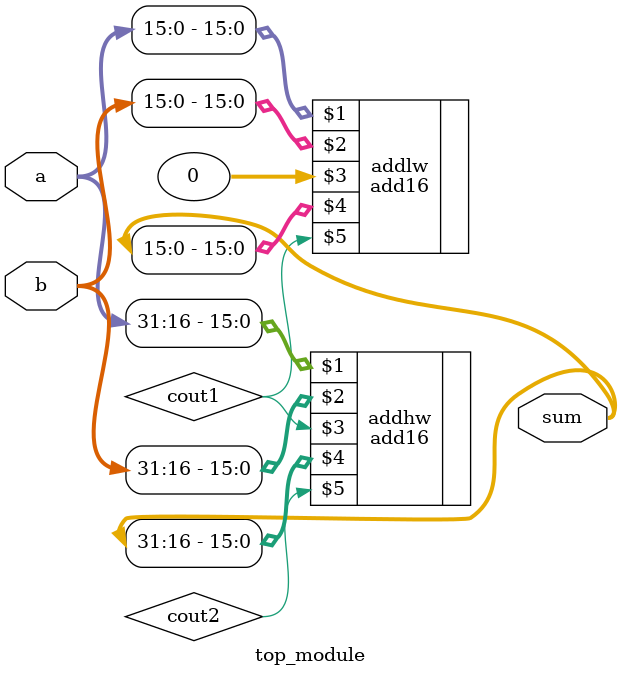
<source format=v>
module top_module(
    input [31:0] a,
    input [31:0] b,
    output [31:0] sum
);
    wire cout1, cout2;
    add16 addlw( a[15:0], b[15:0], 0 , sum[15:0], cout1 );
    add16 addhw( a[31:16], b[31:16], cout1, sum[31:16], cout2 );
endmodule
</source>
